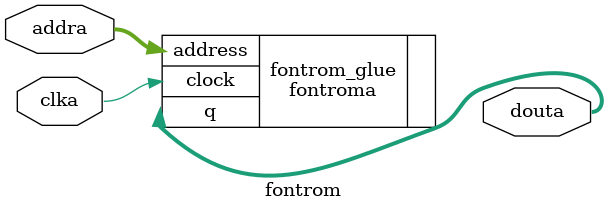
<source format=v>
module  fontrom(
                    input   clka, 
                    input [10:0] addra,
                    output [7:0] douta
                );

    fontroma    fontrom_glue(
                    .address(addra),
                    .clock(clka),
                    .q(douta)
                    );

endmodule
                

</source>
